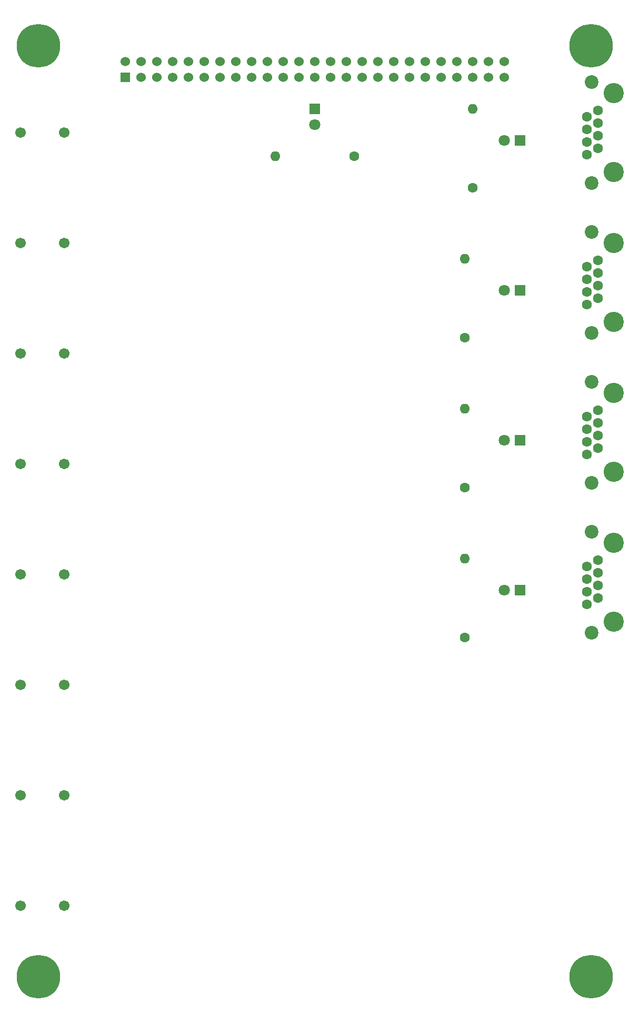
<source format=gbs>
G04 #@! TF.FileFunction,Soldermask,Bot*
%FSLAX46Y46*%
G04 Gerber Fmt 4.6, Leading zero omitted, Abs format (unit mm)*
G04 Created by KiCad (PCBNEW 4.0.7) date 06/12/18 17:03:06*
%MOMM*%
%LPD*%
G01*
G04 APERTURE LIST*
%ADD10C,0.150000*%
%ADD11C,2.200000*%
%ADD12C,3.250000*%
%ADD13C,1.600000*%
%ADD14R,1.524000X1.524000*%
%ADD15C,1.524000*%
%ADD16C,7.000000*%
%ADD17C,1.701800*%
%ADD18R,1.800000X1.800000*%
%ADD19C,1.800000*%
%ADD20O,1.600000X1.600000*%
G04 APERTURE END LIST*
D10*
D11*
X120780000Y-126240000D03*
X120780000Y-109980000D03*
D12*
X124340000Y-124460000D03*
X124340000Y-111760000D03*
D13*
X121800000Y-118610000D03*
X121800000Y-116580000D03*
X120020000Y-119640000D03*
X120020000Y-117610000D03*
X120020000Y-121670000D03*
X121800000Y-120640000D03*
X120020000Y-115580000D03*
X121800000Y-114550000D03*
D11*
X120780000Y-102110000D03*
X120780000Y-85850000D03*
D12*
X124340000Y-100330000D03*
X124340000Y-87630000D03*
D13*
X121800000Y-94480000D03*
X121800000Y-92450000D03*
X120020000Y-95510000D03*
X120020000Y-93480000D03*
X120020000Y-97540000D03*
X121800000Y-96510000D03*
X120020000Y-91450000D03*
X121800000Y-90420000D03*
D11*
X120780000Y-77980000D03*
X120780000Y-61720000D03*
D12*
X124340000Y-76200000D03*
X124340000Y-63500000D03*
D13*
X121800000Y-70350000D03*
X121800000Y-68320000D03*
X120020000Y-71380000D03*
X120020000Y-69350000D03*
X120020000Y-73410000D03*
X121800000Y-72380000D03*
X120020000Y-67320000D03*
X121800000Y-66290000D03*
D11*
X120780000Y-53850000D03*
X120780000Y-37590000D03*
D12*
X124340000Y-52070000D03*
X124340000Y-39370000D03*
D13*
X121800000Y-46220000D03*
X121800000Y-44190000D03*
X120020000Y-47250000D03*
X120020000Y-45220000D03*
X120020000Y-49280000D03*
X121800000Y-48250000D03*
X120020000Y-43190000D03*
X121800000Y-42160000D03*
D14*
X45720000Y-36830000D03*
D15*
X45720000Y-34290000D03*
X48260000Y-36830000D03*
X48260000Y-34290000D03*
X50800000Y-36830000D03*
X50800000Y-34290000D03*
X53340000Y-36830000D03*
X53340000Y-34290000D03*
X55880000Y-36830000D03*
X55880000Y-34290000D03*
X58420000Y-36830000D03*
X58420000Y-34290000D03*
X60960000Y-36830000D03*
X60960000Y-34290000D03*
X63500000Y-36830000D03*
X63500000Y-34290000D03*
X66040000Y-36830000D03*
X66040000Y-34290000D03*
X68580000Y-36830000D03*
X68580000Y-34290000D03*
X71120000Y-36830000D03*
X71120000Y-34290000D03*
X73660000Y-36830000D03*
X73660000Y-34290000D03*
X76200000Y-36830000D03*
X76200000Y-34290000D03*
X78740000Y-36830000D03*
X78740000Y-34290000D03*
X81280000Y-36830000D03*
X81280000Y-34290000D03*
X83820000Y-36830000D03*
X83820000Y-34290000D03*
X86360000Y-36830000D03*
X86360000Y-34290000D03*
X88900000Y-36830000D03*
X88900000Y-34290000D03*
X91440000Y-36830000D03*
X91440000Y-34290000D03*
X93980000Y-36830000D03*
X93980000Y-34290000D03*
X96520000Y-36830000D03*
X96520000Y-34290000D03*
X99060000Y-36830000D03*
X99060000Y-34290000D03*
X101600000Y-36830000D03*
X101600000Y-34290000D03*
X104140000Y-36830000D03*
X104140000Y-34290000D03*
X106680000Y-36830000D03*
X106680000Y-34290000D03*
D16*
X120650000Y-181610000D03*
X31750000Y-181610000D03*
X120650000Y-31750000D03*
X31750000Y-31750000D03*
D17*
X35915600Y-170180000D03*
X28905200Y-170180000D03*
X35915600Y-152400000D03*
X28905200Y-152400000D03*
X35915600Y-134620000D03*
X28905200Y-134620000D03*
X35915600Y-116840000D03*
X28905200Y-116840000D03*
X35915600Y-99060000D03*
X28905200Y-99060000D03*
X35915600Y-81280000D03*
X28905200Y-81280000D03*
X35915600Y-63500000D03*
X28905200Y-63500000D03*
X35915600Y-45720000D03*
X28905200Y-45720000D03*
D18*
X109220000Y-46990000D03*
D19*
X106680000Y-46990000D03*
D18*
X109220000Y-95250000D03*
D19*
X106680000Y-95250000D03*
D18*
X76200000Y-41910000D03*
D19*
X76200000Y-44450000D03*
D18*
X109220000Y-71120000D03*
D19*
X106680000Y-71120000D03*
D18*
X109220000Y-119380000D03*
D19*
X106680000Y-119380000D03*
D13*
X101600000Y-54610000D03*
D20*
X101600000Y-41910000D03*
D13*
X100330000Y-102870000D03*
D20*
X100330000Y-90170000D03*
D13*
X100330000Y-78740000D03*
D20*
X100330000Y-66040000D03*
D13*
X100330000Y-127000000D03*
D20*
X100330000Y-114300000D03*
D13*
X82550000Y-49530000D03*
D20*
X69850000Y-49530000D03*
M02*

</source>
